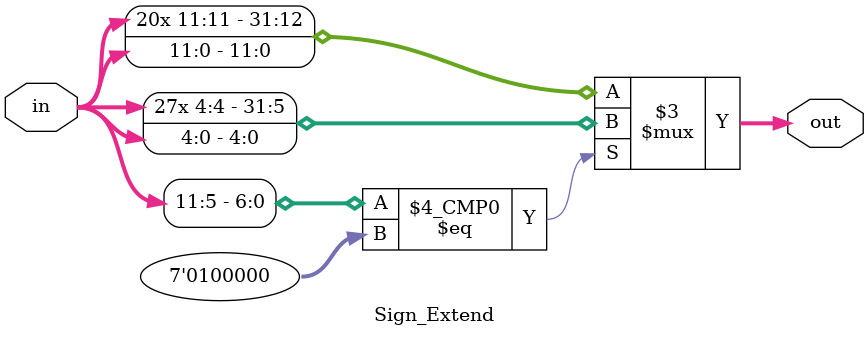
<source format=v>
module Sign_Extend(in, out);

input [11:0] in;
output [31:0] out;

reg [31:0] out;

always @(*)begin
  case (in[11:5])
    7'b0100000:
        out = {{27{in[4]}}, in[4:0]};
    default: 
        out = {{20{in[11]}}, in};
  endcase
end

endmodule
</source>
